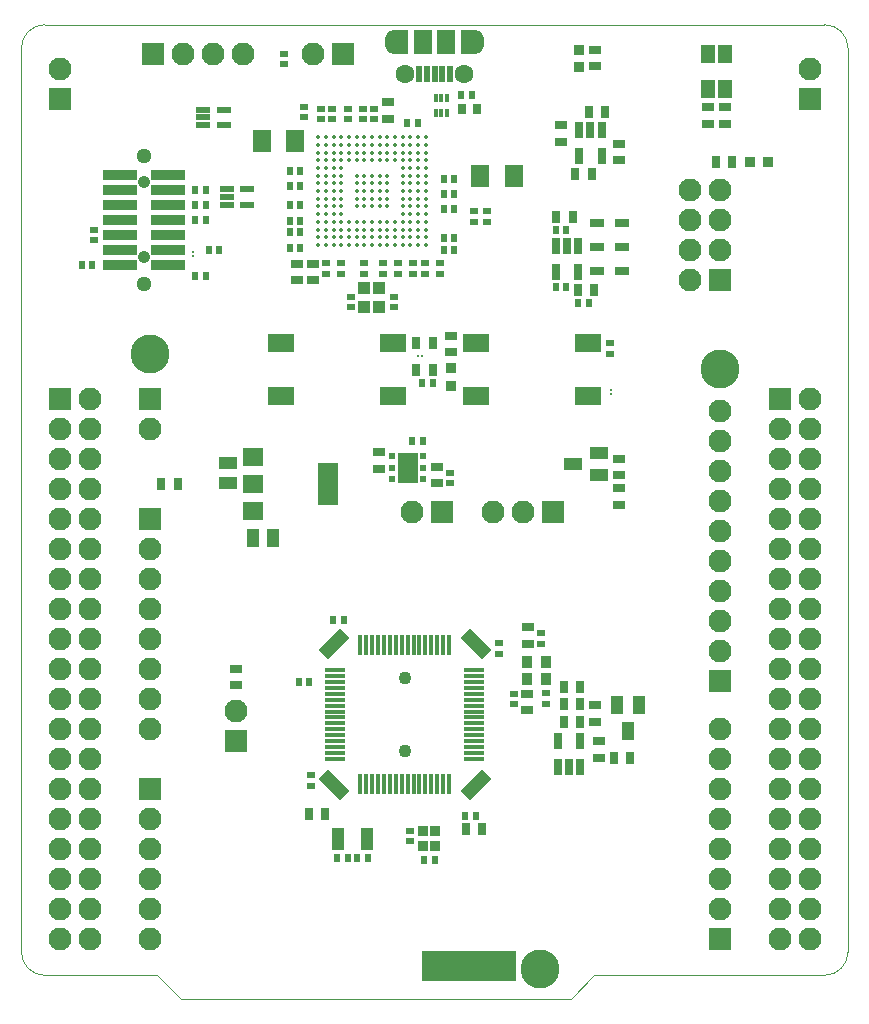
<source format=gts>
G04*
G04 #@! TF.GenerationSoftware,Altium Limited,Altium Designer,22.10.1 (41)*
G04*
G04 Layer_Color=8388736*
%FSLAX43Y43*%
%MOMM*%
G71*
G04*
G04 #@! TF.SameCoordinates,653730E2-FE11-40ED-88C2-BB3E2325E701*
G04*
G04*
G04 #@! TF.FilePolarity,Negative*
G04*
G01*
G75*
%ADD11C,0.100*%
%ADD21R,8.000X2.500*%
%ADD22R,2.260X1.620*%
%ADD23R,0.700X1.400*%
%ADD24R,1.750X3.600*%
%ADD25R,1.750X1.600*%
%ADD26R,1.100X0.740*%
%ADD27R,0.800X0.610*%
%ADD28R,1.100X1.100*%
%ADD29R,1.100X1.500*%
%ADD30R,1.200X1.600*%
%ADD31R,0.900X0.900*%
%ADD32R,0.900X0.900*%
%ADD33R,0.900X1.050*%
%ADD34C,0.350*%
%ADD35R,0.400X1.800*%
%ADD36R,1.800X0.400*%
G04:AMPARAMS|DCode=37|XSize=1.1mm|YSize=2.6mm|CornerRadius=0mm|HoleSize=0mm|Usage=FLASHONLY|Rotation=135.000|XOffset=0mm|YOffset=0mm|HoleType=Round|Shape=Rectangle|*
%AMROTATEDRECTD37*
4,1,4,1.308,0.530,-0.530,-1.308,-1.308,-0.530,0.530,1.308,1.308,0.530,0.0*
%
%ADD37ROTATEDRECTD37*%

G04:AMPARAMS|DCode=38|XSize=1.1mm|YSize=2.6mm|CornerRadius=0mm|HoleSize=0mm|Usage=FLASHONLY|Rotation=225.000|XOffset=0mm|YOffset=0mm|HoleType=Round|Shape=Rectangle|*
%AMROTATEDRECTD38*
4,1,4,-0.530,1.308,1.308,-0.530,0.530,-1.308,-1.308,0.530,-0.530,1.308,0.0*
%
%ADD38ROTATEDRECTD38*%

%ADD39R,1.800X2.600*%
%ADD40R,0.600X0.550*%
%ADD41R,1.300X0.500*%
%ADD42R,0.350X0.700*%
%ADD43R,0.650X0.900*%
%ADD44R,0.237X0.275*%
%ADD45R,1.160X0.640*%
%ADD46R,1.100X1.900*%
%ADD47R,0.850X0.950*%
%ADD48R,1.600X2.000*%
%ADD49R,0.500X1.450*%
%ADD50R,2.890X0.840*%
%ADD51R,1.500X1.880*%
%ADD52R,1.500X1.000*%
%ADD53R,0.990X0.740*%
%ADD54R,0.610X0.660*%
%ADD55R,0.660X0.610*%
%ADD56R,0.275X0.237*%
%ADD57R,0.740X1.100*%
%ADD58R,0.740X0.990*%
%ADD59R,1.000X1.500*%
%ADD60R,0.610X0.800*%
%ADD61R,1.500X1.100*%
%ADD62C,1.100*%
%ADD63O,1.300X2.000*%
%ADD64C,1.600*%
%ADD65C,1.070*%
%ADD66C,1.290*%
%ADD67C,1.950*%
%ADD68R,1.950X1.950*%
%ADD69R,1.950X1.950*%
%ADD70C,3.300*%
G36*
X32750Y80050D02*
X31500D01*
Y82050D01*
X32750D01*
Y80050D01*
D01*
D02*
G37*
G36*
X38500D02*
X37250D01*
Y82050D01*
X38500D01*
Y80050D01*
D01*
D02*
G37*
D11*
X0Y4000D02*
G03*
X2000Y2000I2000J0D01*
G01*
X2000Y82500D02*
G03*
X0Y80500I0J-2000D01*
G01*
X70000D02*
G03*
X68000Y82500I-2000J0D01*
G01*
X68000Y2000D02*
G03*
X70000Y4000I0J2000D01*
G01*
X11500Y2000D02*
X13500Y0D01*
X46500D01*
X48500Y2000D01*
Y2000D01*
X68000D01*
X2000Y82500D02*
X68000D01*
X2000Y2000D02*
X11500D01*
X0Y4000D02*
Y58000D01*
Y80500D01*
X70000Y4000D02*
Y58000D01*
Y80500D01*
X70000Y80500D02*
X70000Y80500D01*
D21*
X37870Y2790D02*
D03*
D22*
X21995Y55550D02*
D03*
Y51050D02*
D03*
X31495Y55550D02*
D03*
Y51050D02*
D03*
X48005D02*
D03*
Y55550D02*
D03*
X38505Y51050D02*
D03*
Y55550D02*
D03*
D23*
X47130Y63775D02*
D03*
X46180D02*
D03*
X45230D02*
D03*
Y61575D02*
D03*
X47130D02*
D03*
X49125Y73595D02*
D03*
X48175D02*
D03*
X47225D02*
D03*
Y71395D02*
D03*
X49125D02*
D03*
X45420Y19640D02*
D03*
X46370D02*
D03*
X47320D02*
D03*
Y21840D02*
D03*
X45420D02*
D03*
D24*
X25945Y43615D02*
D03*
D25*
X19595Y41315D02*
D03*
Y43615D02*
D03*
Y45915D02*
D03*
D26*
X48595Y23490D02*
D03*
Y24890D02*
D03*
X50625Y45725D02*
D03*
Y44325D02*
D03*
Y41850D02*
D03*
Y43250D02*
D03*
X36345Y56165D02*
D03*
Y54765D02*
D03*
X18220Y27945D02*
D03*
Y26545D02*
D03*
X45685Y73970D02*
D03*
Y72570D02*
D03*
X59620Y75515D02*
D03*
Y74115D02*
D03*
X58120Y75515D02*
D03*
Y74115D02*
D03*
X48533Y80380D02*
D03*
Y78980D02*
D03*
D27*
X29050Y62325D02*
D03*
Y61425D02*
D03*
X31550Y58550D02*
D03*
Y59450D02*
D03*
X33200Y62325D02*
D03*
Y61425D02*
D03*
X38350Y65800D02*
D03*
Y66700D02*
D03*
X6150Y64250D02*
D03*
Y65150D02*
D03*
X26325Y75375D02*
D03*
Y74475D02*
D03*
X39400Y65800D02*
D03*
Y66700D02*
D03*
X29875Y74475D02*
D03*
Y75375D02*
D03*
D28*
X30300Y58550D02*
D03*
Y60200D02*
D03*
X29050D02*
D03*
Y58550D02*
D03*
D29*
X51370Y22690D02*
D03*
X50420Y24890D02*
D03*
X52320D02*
D03*
D30*
X58120Y80040D02*
D03*
X59620Y77040D02*
D03*
X58120D02*
D03*
X59620Y80040D02*
D03*
D31*
X47233Y80380D02*
D03*
X61700Y70850D02*
D03*
X63200D02*
D03*
D32*
X47233Y78880D02*
D03*
X36345Y53390D02*
D03*
Y51890D02*
D03*
D33*
X42845Y28565D02*
D03*
X44445D02*
D03*
X42845Y27065D02*
D03*
X44445D02*
D03*
D34*
X25150Y63850D02*
D03*
Y64500D02*
D03*
Y65150D02*
D03*
Y65800D02*
D03*
Y66450D02*
D03*
Y67100D02*
D03*
Y67750D02*
D03*
Y68400D02*
D03*
Y69050D02*
D03*
Y69700D02*
D03*
Y70350D02*
D03*
Y71000D02*
D03*
Y71650D02*
D03*
Y72300D02*
D03*
Y72950D02*
D03*
X25800Y63850D02*
D03*
Y64500D02*
D03*
Y65150D02*
D03*
Y65800D02*
D03*
Y66450D02*
D03*
Y67100D02*
D03*
Y67750D02*
D03*
Y68400D02*
D03*
Y69050D02*
D03*
Y69700D02*
D03*
Y70350D02*
D03*
Y71000D02*
D03*
Y71650D02*
D03*
Y72300D02*
D03*
Y72950D02*
D03*
X26450Y63850D02*
D03*
Y64500D02*
D03*
Y65150D02*
D03*
Y65800D02*
D03*
Y66450D02*
D03*
Y67100D02*
D03*
Y67750D02*
D03*
Y68400D02*
D03*
Y69050D02*
D03*
Y69700D02*
D03*
Y70350D02*
D03*
Y71000D02*
D03*
Y71650D02*
D03*
Y72300D02*
D03*
Y72950D02*
D03*
X27100Y63850D02*
D03*
Y64500D02*
D03*
Y65150D02*
D03*
Y65800D02*
D03*
Y66450D02*
D03*
Y67100D02*
D03*
Y67750D02*
D03*
Y68400D02*
D03*
Y69050D02*
D03*
Y69700D02*
D03*
Y70350D02*
D03*
Y71000D02*
D03*
Y71650D02*
D03*
Y72300D02*
D03*
Y72950D02*
D03*
X27750Y63850D02*
D03*
Y64500D02*
D03*
Y65150D02*
D03*
Y65800D02*
D03*
Y71000D02*
D03*
Y71650D02*
D03*
Y72300D02*
D03*
Y72950D02*
D03*
X28400Y63850D02*
D03*
Y64500D02*
D03*
Y65150D02*
D03*
Y65800D02*
D03*
Y67100D02*
D03*
Y67750D02*
D03*
Y68400D02*
D03*
Y69050D02*
D03*
Y69700D02*
D03*
Y71000D02*
D03*
Y71650D02*
D03*
Y72300D02*
D03*
Y72950D02*
D03*
X29050Y63850D02*
D03*
Y64500D02*
D03*
Y65150D02*
D03*
Y65800D02*
D03*
Y67100D02*
D03*
Y67750D02*
D03*
Y68400D02*
D03*
Y69050D02*
D03*
Y69700D02*
D03*
Y71000D02*
D03*
Y71650D02*
D03*
Y72300D02*
D03*
Y72950D02*
D03*
X29700Y63850D02*
D03*
Y64500D02*
D03*
Y65150D02*
D03*
Y65800D02*
D03*
Y67100D02*
D03*
Y67750D02*
D03*
Y68400D02*
D03*
Y69050D02*
D03*
Y69700D02*
D03*
Y71000D02*
D03*
Y71650D02*
D03*
Y72300D02*
D03*
Y72950D02*
D03*
X30350Y63850D02*
D03*
Y64500D02*
D03*
Y65150D02*
D03*
Y65800D02*
D03*
Y67100D02*
D03*
Y67750D02*
D03*
Y68400D02*
D03*
Y69050D02*
D03*
Y69700D02*
D03*
Y71000D02*
D03*
Y71650D02*
D03*
Y72300D02*
D03*
Y72950D02*
D03*
X31000Y63850D02*
D03*
Y64500D02*
D03*
Y65150D02*
D03*
Y65800D02*
D03*
Y67100D02*
D03*
Y67750D02*
D03*
Y68400D02*
D03*
Y69050D02*
D03*
Y69700D02*
D03*
Y71000D02*
D03*
Y71650D02*
D03*
Y72300D02*
D03*
Y72950D02*
D03*
X31650Y63850D02*
D03*
Y64500D02*
D03*
Y65150D02*
D03*
Y65800D02*
D03*
Y71000D02*
D03*
Y71650D02*
D03*
Y72300D02*
D03*
Y72950D02*
D03*
X32300Y63850D02*
D03*
Y64500D02*
D03*
Y65150D02*
D03*
Y65800D02*
D03*
Y66450D02*
D03*
Y67100D02*
D03*
Y67750D02*
D03*
Y68400D02*
D03*
Y69050D02*
D03*
Y69700D02*
D03*
Y70350D02*
D03*
Y71000D02*
D03*
Y71650D02*
D03*
Y72300D02*
D03*
Y72950D02*
D03*
X32950Y63850D02*
D03*
Y64500D02*
D03*
Y65150D02*
D03*
Y65800D02*
D03*
Y66450D02*
D03*
Y67100D02*
D03*
Y67750D02*
D03*
Y68400D02*
D03*
Y69050D02*
D03*
Y69700D02*
D03*
Y70350D02*
D03*
Y71000D02*
D03*
Y71650D02*
D03*
Y72300D02*
D03*
Y72950D02*
D03*
X33600Y63850D02*
D03*
Y64500D02*
D03*
Y65150D02*
D03*
Y65800D02*
D03*
Y66450D02*
D03*
Y67100D02*
D03*
Y67750D02*
D03*
Y68400D02*
D03*
Y69050D02*
D03*
Y69700D02*
D03*
Y70350D02*
D03*
Y71000D02*
D03*
Y71650D02*
D03*
Y72300D02*
D03*
Y72950D02*
D03*
X34250Y63850D02*
D03*
Y64500D02*
D03*
Y65150D02*
D03*
Y65800D02*
D03*
Y66450D02*
D03*
Y67100D02*
D03*
Y67750D02*
D03*
Y68400D02*
D03*
Y69050D02*
D03*
Y69700D02*
D03*
Y70350D02*
D03*
Y71000D02*
D03*
Y71650D02*
D03*
Y72300D02*
D03*
Y72950D02*
D03*
D35*
X29710Y18190D02*
D03*
X30210D02*
D03*
X30710D02*
D03*
X31210D02*
D03*
X31710D02*
D03*
X33210D02*
D03*
X34210D02*
D03*
X34710D02*
D03*
X35210D02*
D03*
X35710D02*
D03*
X36210D02*
D03*
Y29990D02*
D03*
X35710D02*
D03*
X35210D02*
D03*
X34710D02*
D03*
X34210D02*
D03*
X33710D02*
D03*
X33210D02*
D03*
X32710D02*
D03*
X32210D02*
D03*
X31710D02*
D03*
X31210D02*
D03*
X30710D02*
D03*
X30210D02*
D03*
X29710D02*
D03*
X29210D02*
D03*
X28710D02*
D03*
X32710Y18190D02*
D03*
X33710D02*
D03*
X32210D02*
D03*
X29210D02*
D03*
X28710D02*
D03*
D36*
X38360Y20340D02*
D03*
Y20840D02*
D03*
Y21340D02*
D03*
Y21840D02*
D03*
Y22340D02*
D03*
Y22840D02*
D03*
Y23340D02*
D03*
Y23840D02*
D03*
Y24340D02*
D03*
Y24840D02*
D03*
Y25340D02*
D03*
Y25840D02*
D03*
Y27340D02*
D03*
Y27840D02*
D03*
X26560Y26840D02*
D03*
Y26340D02*
D03*
Y25840D02*
D03*
Y25340D02*
D03*
Y24840D02*
D03*
Y24340D02*
D03*
Y23840D02*
D03*
Y23340D02*
D03*
Y22840D02*
D03*
Y21840D02*
D03*
Y21340D02*
D03*
Y20840D02*
D03*
Y20340D02*
D03*
Y27340D02*
D03*
X38360Y26340D02*
D03*
Y26840D02*
D03*
X26560Y22340D02*
D03*
Y27840D02*
D03*
D37*
X26460Y30090D02*
D03*
X38460Y18090D02*
D03*
D38*
X26460D02*
D03*
X38460Y30090D02*
D03*
D39*
X32720Y44990D02*
D03*
D40*
X34020Y45940D02*
D03*
Y44990D02*
D03*
Y44040D02*
D03*
X31420D02*
D03*
Y44990D02*
D03*
Y45940D02*
D03*
D41*
X15425Y75300D02*
D03*
Y74650D02*
D03*
Y74000D02*
D03*
X17125D02*
D03*
Y75300D02*
D03*
X17395Y68540D02*
D03*
Y67890D02*
D03*
Y67240D02*
D03*
X19095D02*
D03*
Y68540D02*
D03*
D42*
X35075Y76300D02*
D03*
X35575D02*
D03*
X36075D02*
D03*
Y75000D02*
D03*
X35575D02*
D03*
X35075D02*
D03*
D43*
X37350Y75350D02*
D03*
X38600D02*
D03*
D44*
X33889Y54415D02*
D03*
X33551D02*
D03*
D45*
X50870Y63675D02*
D03*
X48730D02*
D03*
X50870Y61675D02*
D03*
X48730D02*
D03*
X50870Y65675D02*
D03*
X48730D02*
D03*
D46*
X29295Y13515D02*
D03*
X26795D02*
D03*
D47*
X33970Y14265D02*
D03*
Y12915D02*
D03*
X35020D02*
D03*
Y14265D02*
D03*
D48*
X34000Y81050D02*
D03*
X36000D02*
D03*
D49*
X33700Y78350D02*
D03*
X34350D02*
D03*
X35000D02*
D03*
X35650D02*
D03*
X36300D02*
D03*
D50*
X8363Y65965D02*
D03*
Y67235D02*
D03*
Y68505D02*
D03*
Y69775D02*
D03*
X12427D02*
D03*
Y68505D02*
D03*
Y67235D02*
D03*
Y65965D02*
D03*
Y62155D02*
D03*
Y63425D02*
D03*
Y64695D02*
D03*
X8363D02*
D03*
Y63425D02*
D03*
Y62155D02*
D03*
D51*
X38875Y69650D02*
D03*
X41675D02*
D03*
X23175Y72675D02*
D03*
X20375D02*
D03*
D52*
X17470Y45365D02*
D03*
Y43665D02*
D03*
D53*
X48920Y21840D02*
D03*
Y20440D02*
D03*
X35195Y43665D02*
D03*
Y45065D02*
D03*
X24700Y62250D02*
D03*
Y60850D02*
D03*
X23350Y62250D02*
D03*
Y60850D02*
D03*
X30245Y46315D02*
D03*
Y44915D02*
D03*
X50635Y71020D02*
D03*
Y72420D02*
D03*
X42870Y30090D02*
D03*
Y31490D02*
D03*
X42845Y24440D02*
D03*
Y25840D02*
D03*
X31075Y74550D02*
D03*
Y75950D02*
D03*
D54*
X35775Y68175D02*
D03*
X36675D02*
D03*
X45230Y65075D02*
D03*
X46130D02*
D03*
X45230Y60275D02*
D03*
X46130D02*
D03*
X47130Y58925D02*
D03*
X48030D02*
D03*
X27645Y11965D02*
D03*
X26745D02*
D03*
X34820Y52140D02*
D03*
X33920D02*
D03*
X28445Y11965D02*
D03*
X29345D02*
D03*
X35020Y11790D02*
D03*
X34120D02*
D03*
X37595Y15490D02*
D03*
X38495D02*
D03*
X34020Y47240D02*
D03*
X33120D02*
D03*
X23625Y64925D02*
D03*
X22725D02*
D03*
X27295Y32090D02*
D03*
X26395D02*
D03*
X23625Y68825D02*
D03*
X22725D02*
D03*
X35775Y66925D02*
D03*
X36675D02*
D03*
X37250Y76575D02*
D03*
X38150D02*
D03*
X23625Y67225D02*
D03*
X22725D02*
D03*
X23625Y70075D02*
D03*
X22725D02*
D03*
X32650Y74150D02*
D03*
X33550D02*
D03*
X35775Y69425D02*
D03*
X36675D02*
D03*
D55*
X25350Y74475D02*
D03*
Y75375D02*
D03*
X27075Y62325D02*
D03*
Y61425D02*
D03*
X27875Y58550D02*
D03*
Y59450D02*
D03*
X23950Y75550D02*
D03*
Y74650D02*
D03*
X22250Y80050D02*
D03*
Y79150D02*
D03*
X32895Y14265D02*
D03*
Y13365D02*
D03*
X49845Y54640D02*
D03*
Y55540D02*
D03*
X40420Y29215D02*
D03*
Y30115D02*
D03*
X31875Y62325D02*
D03*
Y61425D02*
D03*
X36320Y43665D02*
D03*
Y44565D02*
D03*
X43995Y30090D02*
D03*
Y30990D02*
D03*
X27650Y74475D02*
D03*
Y75375D02*
D03*
X30625Y62325D02*
D03*
Y61425D02*
D03*
X34175Y62325D02*
D03*
Y61425D02*
D03*
X25825Y62325D02*
D03*
Y61425D02*
D03*
X44445Y25915D02*
D03*
Y25015D02*
D03*
X24495Y18965D02*
D03*
Y18065D02*
D03*
X41720Y24940D02*
D03*
Y25840D02*
D03*
X28900Y74475D02*
D03*
Y75375D02*
D03*
X35425Y62325D02*
D03*
Y61425D02*
D03*
D56*
X14545Y62946D02*
D03*
Y63284D02*
D03*
X49895Y51534D02*
D03*
Y51196D02*
D03*
D57*
X11850Y43575D02*
D03*
X13250D02*
D03*
X34820Y55540D02*
D03*
X33420D02*
D03*
Y53290D02*
D03*
X34820D02*
D03*
X50170Y20440D02*
D03*
X51570D02*
D03*
X60200Y70850D02*
D03*
X58800D02*
D03*
X45920Y23490D02*
D03*
X47320D02*
D03*
X46885Y69845D02*
D03*
X48285D02*
D03*
D58*
X45305Y66200D02*
D03*
X46705D02*
D03*
X47130Y60050D02*
D03*
X48530D02*
D03*
X25725Y15700D02*
D03*
X24325D02*
D03*
X49460Y75120D02*
D03*
X48060D02*
D03*
X37620Y14365D02*
D03*
X39020D02*
D03*
X47320Y24965D02*
D03*
X45920D02*
D03*
X47320Y26415D02*
D03*
X45920D02*
D03*
D59*
X21295Y39015D02*
D03*
X19595D02*
D03*
D60*
X14720Y65965D02*
D03*
X15620D02*
D03*
X14720Y67240D02*
D03*
X15620D02*
D03*
X14725Y61250D02*
D03*
X15625D02*
D03*
X14720Y68515D02*
D03*
X15620D02*
D03*
X36675Y64450D02*
D03*
X35775D02*
D03*
X36675Y63400D02*
D03*
X35775D02*
D03*
X15850Y63425D02*
D03*
X16750D02*
D03*
X24395Y26840D02*
D03*
X23495D02*
D03*
X6025Y62150D02*
D03*
X5125D02*
D03*
X23625Y63600D02*
D03*
X22725D02*
D03*
X23625Y65900D02*
D03*
X22725D02*
D03*
D61*
X46725Y45275D02*
D03*
X48925Y46225D02*
D03*
Y44325D02*
D03*
D62*
X32460Y27190D02*
D03*
Y20990D02*
D03*
D63*
X31500Y81050D02*
D03*
X38500D02*
D03*
D64*
X32500Y78350D02*
D03*
X37500D02*
D03*
D65*
X10395Y69140D02*
D03*
Y62790D02*
D03*
D66*
Y71410D02*
D03*
Y60520D02*
D03*
D67*
X64210Y20280D02*
D03*
Y17740D02*
D03*
X66750Y20280D02*
D03*
Y17740D02*
D03*
Y10120D02*
D03*
Y15200D02*
D03*
Y12660D02*
D03*
X64210Y10120D02*
D03*
Y12660D02*
D03*
Y15200D02*
D03*
X66750Y5040D02*
D03*
Y7580D02*
D03*
X64210Y5040D02*
D03*
Y7580D02*
D03*
Y32980D02*
D03*
Y30440D02*
D03*
X66750Y32980D02*
D03*
Y30440D02*
D03*
Y22820D02*
D03*
Y27900D02*
D03*
Y25360D02*
D03*
X64210Y22820D02*
D03*
Y25360D02*
D03*
Y27900D02*
D03*
Y40600D02*
D03*
Y38060D02*
D03*
Y35520D02*
D03*
X66750Y38060D02*
D03*
Y40600D02*
D03*
Y35520D02*
D03*
Y43140D02*
D03*
Y50760D02*
D03*
Y48220D02*
D03*
Y45680D02*
D03*
X64210Y43140D02*
D03*
Y45680D02*
D03*
Y48220D02*
D03*
X56590Y68500D02*
D03*
X59130D02*
D03*
Y63420D02*
D03*
Y65960D02*
D03*
X56590D02*
D03*
Y63420D02*
D03*
Y60880D02*
D03*
X13730Y80040D02*
D03*
X16270D02*
D03*
X18810D02*
D03*
X42445Y41235D02*
D03*
X39905D02*
D03*
X3250Y78700D02*
D03*
X18220Y24390D02*
D03*
X59130Y44664D02*
D03*
Y42124D02*
D03*
Y34504D02*
D03*
Y31964D02*
D03*
Y29424D02*
D03*
Y37044D02*
D03*
Y39584D02*
D03*
Y47204D02*
D03*
Y49744D02*
D03*
Y22820D02*
D03*
Y20280D02*
D03*
Y12660D02*
D03*
Y10120D02*
D03*
Y7580D02*
D03*
Y15200D02*
D03*
Y17740D02*
D03*
X10870Y5040D02*
D03*
Y7580D02*
D03*
Y15200D02*
D03*
Y12660D02*
D03*
Y10120D02*
D03*
X66750Y78700D02*
D03*
X10870Y22820D02*
D03*
Y25360D02*
D03*
Y32980D02*
D03*
Y35520D02*
D03*
Y38060D02*
D03*
Y30440D02*
D03*
Y27900D02*
D03*
X3250Y20280D02*
D03*
Y17740D02*
D03*
X5790Y20280D02*
D03*
Y17740D02*
D03*
Y10120D02*
D03*
Y15200D02*
D03*
Y12660D02*
D03*
X3250Y10120D02*
D03*
Y12660D02*
D03*
Y15200D02*
D03*
X5790Y5040D02*
D03*
Y7580D02*
D03*
X3250Y5040D02*
D03*
Y7580D02*
D03*
Y32980D02*
D03*
Y30440D02*
D03*
X5790Y32980D02*
D03*
Y30440D02*
D03*
Y22820D02*
D03*
Y27900D02*
D03*
Y25360D02*
D03*
X3250Y22820D02*
D03*
Y25360D02*
D03*
Y27900D02*
D03*
Y40600D02*
D03*
Y38060D02*
D03*
Y35520D02*
D03*
X5790Y38060D02*
D03*
Y40600D02*
D03*
Y35520D02*
D03*
Y43140D02*
D03*
Y50760D02*
D03*
Y48220D02*
D03*
Y45680D02*
D03*
X3250Y43140D02*
D03*
Y45680D02*
D03*
Y48220D02*
D03*
X33095Y41235D02*
D03*
X24730Y80040D02*
D03*
X10870Y48220D02*
D03*
D68*
X64210Y50760D02*
D03*
X59130Y60880D02*
D03*
X3250Y76160D02*
D03*
X18220Y21850D02*
D03*
X59130Y26884D02*
D03*
Y5040D02*
D03*
X10870Y17740D02*
D03*
X66750Y76160D02*
D03*
X10870Y40600D02*
D03*
X3250Y50760D02*
D03*
X10870Y50760D02*
D03*
D69*
X11190Y80040D02*
D03*
X44985Y41235D02*
D03*
X35635D02*
D03*
X27270Y80040D02*
D03*
D70*
X59130Y53300D02*
D03*
X43890Y2500D02*
D03*
X10870Y54570D02*
D03*
M02*

</source>
